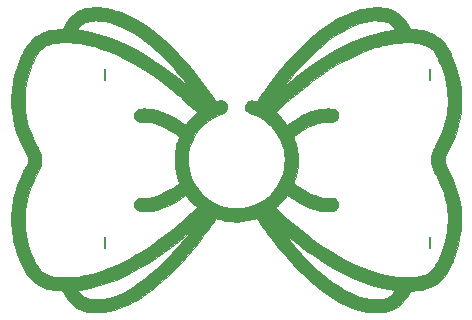
<source format=gbr>
G04 #@! TF.GenerationSoftware,KiCad,Pcbnew,5.1.2*
G04 #@! TF.CreationDate,2019-06-28T20:41:13-07:00*
G04 #@! TF.ProjectId,bow-tie.svg.2019_06_28_19_52_47.0,626f772d-7469-4652-9e73-76672e323031,rev?*
G04 #@! TF.SameCoordinates,Original*
G04 #@! TF.FileFunction,Legend,Top*
G04 #@! TF.FilePolarity,Positive*
%FSLAX46Y46*%
G04 Gerber Fmt 4.6, Leading zero omitted, Abs format (unit mm)*
G04 Created by KiCad (PCBNEW 5.1.2) date 2019-06-28 20:41:13*
%MOMM*%
%LPD*%
G04 APERTURE LIST*
%ADD10C,0.010000*%
%ADD11C,0.127000*%
G04 APERTURE END LIST*
D10*
G36*
X12412082Y12884542D02*
G01*
X12721909Y12841449D01*
X12997897Y12776761D01*
X13238816Y12690664D01*
X13303250Y12661086D01*
X13566371Y12510519D01*
X13815459Y12322303D01*
X14047453Y12099679D01*
X14259291Y11845884D01*
X14447913Y11564158D01*
X14590875Y11298593D01*
X14700250Y11071935D01*
X14859000Y11070979D01*
X15034852Y11065004D01*
X15234766Y11050108D01*
X15441822Y11027974D01*
X15639098Y11000285D01*
X15733765Y10983959D01*
X16084546Y10897587D01*
X16420406Y10772965D01*
X16738338Y10612164D01*
X17035332Y10417255D01*
X17308379Y10190310D01*
X17554469Y9933399D01*
X17770593Y9648595D01*
X17846567Y9529655D01*
X17909441Y9419668D01*
X17983636Y9279494D01*
X18064762Y9118256D01*
X18148432Y8945076D01*
X18230256Y8769078D01*
X18305845Y8599384D01*
X18370811Y8445119D01*
X18383403Y8413750D01*
X18599711Y7814145D01*
X18775648Y7205408D01*
X18912098Y6584110D01*
X19000516Y6021917D01*
X19012643Y5900652D01*
X19022673Y5745666D01*
X19030560Y5564624D01*
X19036258Y5365190D01*
X19039721Y5155029D01*
X19040902Y4941806D01*
X19039756Y4733184D01*
X19036237Y4536830D01*
X19030298Y4360408D01*
X19021893Y4211582D01*
X19012032Y4106333D01*
X18929918Y3561826D01*
X18819268Y3036218D01*
X18678112Y2523584D01*
X18504481Y2017994D01*
X18296408Y1513519D01*
X18051924Y1004233D01*
X17867028Y657833D01*
X17787465Y510108D01*
X17728627Y389218D01*
X17687686Y286824D01*
X17661816Y194586D01*
X17648186Y104165D01*
X17643970Y7219D01*
X17643954Y0D01*
X17647619Y-97712D01*
X17660501Y-188318D01*
X17685426Y-280158D01*
X17725224Y-381574D01*
X17782722Y-500903D01*
X17860748Y-646486D01*
X17867028Y-657833D01*
X18136974Y-1173650D01*
X18369192Y-1680688D01*
X18565650Y-2184875D01*
X18728318Y-2692140D01*
X18859162Y-3208411D01*
X18960152Y-3739616D01*
X19012032Y-4106333D01*
X19021326Y-4209994D01*
X19028710Y-4353180D01*
X19034104Y-4533123D01*
X19037428Y-4747056D01*
X19038605Y-4992209D01*
X19038585Y-5037667D01*
X19038002Y-5243339D01*
X19036570Y-5413628D01*
X19033976Y-5555481D01*
X19029903Y-5675843D01*
X19024036Y-5781661D01*
X19016060Y-5879883D01*
X19005660Y-5977454D01*
X18992520Y-6081321D01*
X18990547Y-6096000D01*
X18898760Y-6657375D01*
X18776241Y-7204697D01*
X18620483Y-7747522D01*
X18428975Y-8295407D01*
X18379139Y-8424333D01*
X18326479Y-8551586D01*
X18261124Y-8699161D01*
X18186893Y-8859321D01*
X18107608Y-9024331D01*
X18027091Y-9186453D01*
X17949160Y-9337951D01*
X17877638Y-9471088D01*
X17816346Y-9578129D01*
X17783278Y-9630833D01*
X17566234Y-9919614D01*
X17319255Y-10179828D01*
X17045364Y-10409481D01*
X16747582Y-10606577D01*
X16428930Y-10769123D01*
X16092429Y-10895123D01*
X15741100Y-10982583D01*
X15733765Y-10983959D01*
X15548511Y-11013906D01*
X15344523Y-11039189D01*
X15138722Y-11058125D01*
X14948028Y-11069031D01*
X14859000Y-11070978D01*
X14700250Y-11071935D01*
X14590875Y-11298592D01*
X14424931Y-11602058D01*
X14233097Y-11880400D01*
X14018432Y-12130384D01*
X13783992Y-12348773D01*
X13532837Y-12532332D01*
X13303250Y-12661112D01*
X13093659Y-12745551D01*
X12850793Y-12813072D01*
X12580321Y-12863351D01*
X12287912Y-12896066D01*
X11979236Y-12910894D01*
X11659962Y-12907512D01*
X11335760Y-12885596D01*
X11012299Y-12844824D01*
X10787351Y-12804485D01*
X10305402Y-12686506D01*
X9817250Y-12526897D01*
X9323168Y-12325860D01*
X8823431Y-12083600D01*
X8318312Y-11800320D01*
X7808086Y-11476226D01*
X7293026Y-11111519D01*
X6773406Y-10706405D01*
X6249500Y-10261087D01*
X5721581Y-9775769D01*
X5189924Y-9250656D01*
X4654803Y-8685950D01*
X4116490Y-8081855D01*
X3575261Y-7438577D01*
X3567536Y-7429137D01*
X3372433Y-7186991D01*
X3164228Y-6921993D01*
X2948486Y-6641605D01*
X2730773Y-6353287D01*
X2594773Y-6169860D01*
X4000500Y-6169860D01*
X4013344Y-6190221D01*
X4049416Y-6238647D01*
X4105030Y-6310530D01*
X4176496Y-6401260D01*
X4260126Y-6506230D01*
X4352233Y-6620830D01*
X4449128Y-6740452D01*
X4547123Y-6860488D01*
X4642529Y-6976328D01*
X4729050Y-7080250D01*
X5006910Y-7405069D01*
X5301117Y-7736531D01*
X5604878Y-8067454D01*
X5911400Y-8390656D01*
X6213888Y-8698956D01*
X6505549Y-8985171D01*
X6737835Y-9203848D01*
X7233166Y-9643430D01*
X7719637Y-10041838D01*
X8197548Y-10399230D01*
X8667197Y-10715762D01*
X9128882Y-10991592D01*
X9582903Y-11226878D01*
X10029557Y-11421776D01*
X10469143Y-11576443D01*
X10901961Y-11691038D01*
X11328308Y-11765716D01*
X11662833Y-11796710D01*
X11736451Y-11800987D01*
X11797914Y-11804893D01*
X11821583Y-11806604D01*
X11858547Y-11806351D01*
X11927744Y-11803112D01*
X12019224Y-11797440D01*
X12121405Y-11790011D01*
X12329071Y-11769943D01*
X12501994Y-11743521D01*
X12647583Y-11708327D01*
X12773243Y-11661946D01*
X12886383Y-11601962D01*
X12994410Y-11525958D01*
X13036774Y-11491437D01*
X13107517Y-11427072D01*
X13181242Y-11352015D01*
X13252906Y-11272488D01*
X13317463Y-11194713D01*
X13369870Y-11124911D01*
X13405084Y-11069303D01*
X13418059Y-11034110D01*
X13414223Y-11025879D01*
X13380056Y-11015997D01*
X13318634Y-11004860D01*
X13260917Y-10997048D01*
X13182381Y-10985723D01*
X13070721Y-10966633D01*
X12934092Y-10941419D01*
X12780644Y-10911718D01*
X12618531Y-10879170D01*
X12455906Y-10845415D01*
X12300920Y-10812091D01*
X12161727Y-10780837D01*
X12046479Y-10753294D01*
X12038161Y-10751204D01*
X11392004Y-10569062D01*
X10735886Y-10346368D01*
X10070556Y-10083529D01*
X9396760Y-9780951D01*
X8715247Y-9439039D01*
X8026763Y-9058200D01*
X7332056Y-8638838D01*
X6631874Y-8181360D01*
X5926965Y-7686172D01*
X5218075Y-7153679D01*
X4794250Y-6818946D01*
X4669415Y-6718006D01*
X4541189Y-6613352D01*
X4418209Y-6512102D01*
X4309109Y-6421373D01*
X4222525Y-6348282D01*
X4206875Y-6334862D01*
X4129974Y-6269567D01*
X4066080Y-6217068D01*
X4021120Y-6182101D01*
X4001020Y-6169406D01*
X4000500Y-6169860D01*
X2594773Y-6169860D01*
X2516656Y-6064503D01*
X2311699Y-5782712D01*
X2121469Y-5515378D01*
X1951531Y-5269961D01*
X1898720Y-5191878D01*
X1822117Y-5080760D01*
X1764422Y-5004054D01*
X1723638Y-4959361D01*
X1697769Y-4944280D01*
X1693333Y-4944879D01*
X1661696Y-4954653D01*
X1598080Y-4973063D01*
X1511342Y-4997584D01*
X1410339Y-5025691D01*
X1397000Y-5029373D01*
X934106Y-5136169D01*
X472817Y-5200700D01*
X12342Y-5222966D01*
X-448113Y-5202967D01*
X-909338Y-5140702D01*
X-1372126Y-5036172D01*
X-1397000Y-5029373D01*
X-1499186Y-5000924D01*
X-1588222Y-4975628D01*
X-1655251Y-4956038D01*
X-1691412Y-4944705D01*
X-1693333Y-4943992D01*
X-1724173Y-4951886D01*
X-1765235Y-4997412D01*
X-1788567Y-5032241D01*
X-1831363Y-5097420D01*
X-1895370Y-5191313D01*
X-1976742Y-5308511D01*
X-2071633Y-5443605D01*
X-2176201Y-5591186D01*
X-2286599Y-5745845D01*
X-2398982Y-5902173D01*
X-2509507Y-6054760D01*
X-2614328Y-6198199D01*
X-2695162Y-6307667D01*
X-3183289Y-6947853D01*
X-3678178Y-7563650D01*
X-4177837Y-8152965D01*
X-4680274Y-8713703D01*
X-5183496Y-9243770D01*
X-5685511Y-9741073D01*
X-6184327Y-10203518D01*
X-6677952Y-10629011D01*
X-7164394Y-11015458D01*
X-7199965Y-11042381D01*
X-7562104Y-11307554D01*
X-7909082Y-11544494D01*
X-8250586Y-11759241D01*
X-8596304Y-11957834D01*
X-8955923Y-12146315D01*
X-9027583Y-12181957D01*
X-9480574Y-12391042D01*
X-9918458Y-12563267D01*
X-10345107Y-12699614D01*
X-10764392Y-12801062D01*
X-11180187Y-12868593D01*
X-11596364Y-12903187D01*
X-11895537Y-12908279D01*
X-12018900Y-12906670D01*
X-12132722Y-12904428D01*
X-12227914Y-12901786D01*
X-12295388Y-12898982D01*
X-12319000Y-12897298D01*
X-12602123Y-12859070D01*
X-12862809Y-12805315D01*
X-13095180Y-12737520D01*
X-13293360Y-12657168D01*
X-13318852Y-12644592D01*
X-13550679Y-12506777D01*
X-13778165Y-12332244D01*
X-13996100Y-12126599D01*
X-14199272Y-11895448D01*
X-14382471Y-11644397D01*
X-14540487Y-11379053D01*
X-14594645Y-11271900D01*
X-14688827Y-11075667D01*
X-14927372Y-11061233D01*
X-15236608Y-11038003D01*
X-15468675Y-11011812D01*
X-13461354Y-11011812D01*
X-13424635Y-11074303D01*
X-13329595Y-11210184D01*
X-13207157Y-11346682D01*
X-13068291Y-11473717D01*
X-12923965Y-11581207D01*
X-12791615Y-11656117D01*
X-12634423Y-11713014D01*
X-12442890Y-11755663D01*
X-12222670Y-11783690D01*
X-11979417Y-11796723D01*
X-11718784Y-11794388D01*
X-11446426Y-11776313D01*
X-11270014Y-11756500D01*
X-10873326Y-11685754D01*
X-10464282Y-11575659D01*
X-10044280Y-11426904D01*
X-9614717Y-11240177D01*
X-9176989Y-11016167D01*
X-8732493Y-10755564D01*
X-8282627Y-10459054D01*
X-7828787Y-10127327D01*
X-7598833Y-9946883D01*
X-7179778Y-9596897D01*
X-6749441Y-9211139D01*
X-6311636Y-8793388D01*
X-5870177Y-8347424D01*
X-5428876Y-7877026D01*
X-4991547Y-7385973D01*
X-4855903Y-7228417D01*
X-4768658Y-7125369D01*
X-4673192Y-7011091D01*
X-4572945Y-6889851D01*
X-4471357Y-6765921D01*
X-4371866Y-6643568D01*
X-4277913Y-6527065D01*
X-4192937Y-6420680D01*
X-4120377Y-6328683D01*
X-4063673Y-6255344D01*
X-4026264Y-6204933D01*
X-4011591Y-6181720D01*
X-4011905Y-6180667D01*
X-4031521Y-6193671D01*
X-4077551Y-6229599D01*
X-4144265Y-6283820D01*
X-4225938Y-6351705D01*
X-4282391Y-6399317D01*
X-4876440Y-6888625D01*
X-5482604Y-7359886D01*
X-6096985Y-7810558D01*
X-6715684Y-8238102D01*
X-7334802Y-8639974D01*
X-7950442Y-9013635D01*
X-8558703Y-9356543D01*
X-9155688Y-9666156D01*
X-9662583Y-9906334D01*
X-10210460Y-10141614D01*
X-10757993Y-10352622D01*
X-11300571Y-10537972D01*
X-11833582Y-10696277D01*
X-12352414Y-10826153D01*
X-12852457Y-10926211D01*
X-13255302Y-10986291D01*
X-13461354Y-11011812D01*
X-15468675Y-11011812D01*
X-15510595Y-11007081D01*
X-15755975Y-10966888D01*
X-15979391Y-10915844D01*
X-16187482Y-10852371D01*
X-16386892Y-10774887D01*
X-16584261Y-10681815D01*
X-16636127Y-10654833D01*
X-16903061Y-10493031D01*
X-17160998Y-10297325D01*
X-17401131Y-10075665D01*
X-17614647Y-9836000D01*
X-17754149Y-9646029D01*
X-17884149Y-9434992D01*
X-18017228Y-9188743D01*
X-18150641Y-8913999D01*
X-18281639Y-8617477D01*
X-18407476Y-8305895D01*
X-18525404Y-7985972D01*
X-18632676Y-7664424D01*
X-18726544Y-7347969D01*
X-18784212Y-7127353D01*
X-18866355Y-6769903D01*
X-18930462Y-6436687D01*
X-18978052Y-6115077D01*
X-19010645Y-5792445D01*
X-19029763Y-5456166D01*
X-19036924Y-5093612D01*
X-19037061Y-5027083D01*
X-19031086Y-4642970D01*
X-19012473Y-4288404D01*
X-18979889Y-3952134D01*
X-18931997Y-3622910D01*
X-18867463Y-3289481D01*
X-18793399Y-2973917D01*
X-18670117Y-2539843D01*
X-18516803Y-2092635D01*
X-18338034Y-1643536D01*
X-18138387Y-1203790D01*
X-17922438Y-784641D01*
X-17849039Y-653911D01*
X-17775135Y-522252D01*
X-17721105Y-416573D01*
X-17683909Y-327258D01*
X-17660508Y-244688D01*
X-17647864Y-159248D01*
X-17642938Y-61319D01*
X-17642417Y0D01*
X-17644126Y103129D01*
X-17651152Y189826D01*
X-17666340Y268912D01*
X-17692539Y349207D01*
X-17732593Y439534D01*
X-17789351Y548713D01*
X-17860997Y677333D01*
X-18154017Y1235010D01*
X-18405437Y1799202D01*
X-18615656Y2371115D01*
X-18785072Y2951952D01*
X-18914084Y3542919D01*
X-18999831Y4116917D01*
X-19016114Y4294308D01*
X-19027998Y4503345D01*
X-19035486Y4734103D01*
X-19038580Y4976655D01*
X-19038032Y5079919D01*
X-17916710Y5079919D01*
X-17914934Y4867586D01*
X-17909857Y4660008D01*
X-17901544Y4466575D01*
X-17890062Y4296671D01*
X-17878194Y4180417D01*
X-17793468Y3646160D01*
X-17674365Y3127009D01*
X-17519364Y2618478D01*
X-17326946Y2116079D01*
X-17095590Y1615325D01*
X-16859882Y1174750D01*
X-16747345Y965812D01*
X-16661038Y778039D01*
X-16598182Y601765D01*
X-16555999Y427322D01*
X-16531711Y245042D01*
X-16522540Y45259D01*
X-16522274Y0D01*
X-16530331Y-223749D01*
X-16556482Y-426871D01*
X-16603701Y-619846D01*
X-16674961Y-813154D01*
X-16773235Y-1017276D01*
X-16850146Y-1155780D01*
X-17128692Y-1677623D01*
X-17366117Y-2209403D01*
X-17562523Y-2751416D01*
X-17718008Y-3303957D01*
X-17832675Y-3867320D01*
X-17878194Y-4180417D01*
X-17892252Y-4323711D01*
X-17903196Y-4498314D01*
X-17910959Y-4694838D01*
X-17915475Y-4903897D01*
X-17916679Y-5116103D01*
X-17914504Y-5322071D01*
X-17908885Y-5512413D01*
X-17899757Y-5677743D01*
X-17889486Y-5789083D01*
X-17805334Y-6353960D01*
X-17687243Y-6901378D01*
X-17533366Y-7437712D01*
X-17341856Y-7969337D01*
X-17110868Y-8502626D01*
X-17091632Y-8543434D01*
X-16991155Y-8745445D01*
X-16895693Y-8914882D01*
X-16799763Y-9060185D01*
X-16697886Y-9189794D01*
X-16607568Y-9288730D01*
X-16408758Y-9471731D01*
X-16197716Y-9621058D01*
X-15969346Y-9739077D01*
X-15718554Y-9828156D01*
X-15440245Y-9890664D01*
X-15256898Y-9916518D01*
X-15113965Y-9928571D01*
X-14937586Y-9936705D01*
X-14736450Y-9941059D01*
X-14519250Y-9941771D01*
X-14294677Y-9938981D01*
X-14071421Y-9932825D01*
X-13858174Y-9923444D01*
X-13663628Y-9910976D01*
X-13496473Y-9895558D01*
X-13430250Y-9887389D01*
X-12833873Y-9787531D01*
X-12231656Y-9649990D01*
X-11622649Y-9474403D01*
X-11005902Y-9260402D01*
X-10380465Y-9007622D01*
X-9745388Y-8715698D01*
X-9099721Y-8384264D01*
X-8442513Y-8012955D01*
X-8233833Y-7888210D01*
X-7651651Y-7523673D01*
X-7073886Y-7137377D01*
X-6497479Y-6726936D01*
X-5919373Y-6289968D01*
X-5336508Y-5824086D01*
X-4745826Y-5326908D01*
X-4144267Y-4796048D01*
X-3528773Y-4229122D01*
X-3474953Y-4178474D01*
X-3319822Y-4032250D01*
X-3513003Y-3862917D01*
X-3669707Y-3716154D01*
X-3835289Y-3544429D01*
X-3998518Y-3360030D01*
X-4148163Y-3175246D01*
X-4180464Y-3132667D01*
X-4233397Y-3064346D01*
X-4277542Y-3011922D01*
X-4306617Y-2982630D01*
X-4313884Y-2978991D01*
X-4335572Y-2992351D01*
X-4385327Y-3025685D01*
X-4456634Y-3074551D01*
X-4542980Y-3134504D01*
X-4582583Y-3162218D01*
X-5024973Y-3453906D01*
X-5462906Y-3705380D01*
X-5895734Y-3916350D01*
X-6322809Y-4086528D01*
X-6743483Y-4215623D01*
X-7122844Y-4297608D01*
X-7269985Y-4318101D01*
X-7435405Y-4333231D01*
X-7609205Y-4342792D01*
X-7781491Y-4346578D01*
X-7942363Y-4344384D01*
X-8081927Y-4336005D01*
X-8190284Y-4321233D01*
X-8196601Y-4319921D01*
X-8344012Y-4268071D01*
X-8469110Y-4182099D01*
X-8566882Y-4065628D01*
X-8580872Y-4042270D01*
X-8616327Y-3974054D01*
X-8636164Y-3915014D01*
X-8644642Y-3847221D01*
X-8646093Y-3767667D01*
X-8641768Y-3665477D01*
X-8627616Y-3589718D01*
X-8600754Y-3525058D01*
X-8600323Y-3524250D01*
X-8510826Y-3400386D01*
X-8391018Y-3301583D01*
X-8310456Y-3258543D01*
X-8263786Y-3239547D01*
X-8220013Y-3227440D01*
X-8169218Y-3221397D01*
X-8101483Y-3220595D01*
X-8006889Y-3224209D01*
X-7940040Y-3227768D01*
X-7668279Y-3231214D01*
X-7403715Y-3209271D01*
X-7130572Y-3160323D01*
X-7016750Y-3133168D01*
X-6718824Y-3042491D01*
X-6403118Y-2917797D01*
X-6073775Y-2761284D01*
X-5734940Y-2575149D01*
X-5390756Y-2361588D01*
X-5045367Y-2122800D01*
X-4882088Y-2001178D01*
X-4865573Y-1986034D01*
X-4858116Y-1966760D01*
X-4860940Y-1935391D01*
X-4875268Y-1883959D01*
X-4902323Y-1804494D01*
X-4919879Y-1754926D01*
X-5037667Y-1382559D01*
X-5123914Y-1012966D01*
X-5180353Y-635833D01*
X-5208717Y-240845D01*
X-5212981Y-10583D01*
X-5204565Y346758D01*
X-5176992Y677647D01*
X-5128303Y994314D01*
X-5056542Y1308988D01*
X-4959752Y1633899D01*
X-4940594Y1691247D01*
X-4907387Y1793743D01*
X-4881819Y1881586D01*
X-4865852Y1947275D01*
X-4861449Y1983308D01*
X-4863081Y1987580D01*
X-4886379Y2004299D01*
X-4936713Y2040917D01*
X-5007004Y2092268D01*
X-5090170Y2153188D01*
X-5102561Y2162277D01*
X-5328751Y2320372D01*
X-5573883Y2477777D01*
X-5827000Y2628113D01*
X-6077146Y2765001D01*
X-6313364Y2882062D01*
X-6424083Y2931704D01*
X-6541042Y2977887D01*
X-6685172Y3028649D01*
X-6842292Y3079504D01*
X-6998224Y3125964D01*
X-7138787Y3163540D01*
X-7205683Y3179069D01*
X-7293025Y3196128D01*
X-7378627Y3208647D01*
X-7471769Y3217327D01*
X-7581726Y3222867D01*
X-7717777Y3225969D01*
X-7842250Y3227115D01*
X-8004703Y3228861D01*
X-8131475Y3233158D01*
X-8229208Y3241648D01*
X-8304545Y3255976D01*
X-8364128Y3277782D01*
X-8414601Y3308710D01*
X-8462604Y3350403D01*
X-8501339Y3390104D01*
X-8575351Y3480629D01*
X-8620234Y3569763D01*
X-8641798Y3672654D01*
X-8646163Y3767667D01*
X-8644032Y3857552D01*
X-8634221Y3923181D01*
X-8612466Y3982494D01*
X-8580872Y4042270D01*
X-8488421Y4163731D01*
X-8367767Y4255324D01*
X-8223922Y4313428D01*
X-8196601Y4319913D01*
X-8090667Y4335209D01*
X-7952899Y4344133D01*
X-7793283Y4346885D01*
X-7621803Y4343664D01*
X-7448446Y4334669D01*
X-7283197Y4320100D01*
X-7136042Y4300156D01*
X-7126596Y4298550D01*
X-6709447Y4206686D01*
X-6287633Y4074278D01*
X-5860627Y3901090D01*
X-5427904Y3686888D01*
X-4988934Y3431434D01*
X-4575352Y3157144D01*
X-4483589Y3093938D01*
X-4404040Y3041329D01*
X-4343043Y3003339D01*
X-4306934Y2983988D01*
X-4300186Y2982562D01*
X-4282019Y3002386D01*
X-4245334Y3048004D01*
X-4196719Y3111129D01*
X-4173996Y3141312D01*
X-4045322Y3304390D01*
X-3900170Y3473239D01*
X-3748937Y3636505D01*
X-3602022Y3782835D01*
X-3507786Y3868704D01*
X-3319485Y4032250D01*
X-3474784Y4178475D01*
X-3896939Y4571507D01*
X-4298987Y4936329D01*
X-4686942Y5278048D01*
X-5066815Y5601770D01*
X-5444618Y5912600D01*
X-5826365Y6215646D01*
X-6218066Y6516012D01*
X-6297083Y6575429D01*
X-6961382Y7057249D01*
X-7621290Y7503666D01*
X-8275846Y7914222D01*
X-8924090Y8288461D01*
X-9565063Y8625929D01*
X-10197804Y8926168D01*
X-10821353Y9188723D01*
X-11434750Y9413138D01*
X-12037035Y9598957D01*
X-12627247Y9745725D01*
X-13197417Y9851908D01*
X-13423638Y9884822D01*
X-13627294Y9909750D01*
X-13821006Y9927624D01*
X-14017391Y9939374D01*
X-14229068Y9945931D01*
X-14468656Y9948227D01*
X-14503374Y9948261D01*
X-14819470Y9943120D01*
X-15099605Y9927022D01*
X-15348929Y9899103D01*
X-15572595Y9858502D01*
X-15775753Y9804355D01*
X-15963553Y9735801D01*
X-16076083Y9684932D01*
X-16241043Y9596733D01*
X-16389965Y9498784D01*
X-16525941Y9387159D01*
X-16652059Y9257933D01*
X-16771409Y9107179D01*
X-16887082Y8930972D01*
X-17002166Y8725386D01*
X-17119750Y8486493D01*
X-17242926Y8210369D01*
X-17250600Y8192444D01*
X-17468440Y7629844D01*
X-17645512Y7056953D01*
X-17782262Y6472088D01*
X-17879138Y5873566D01*
X-17889486Y5789083D01*
X-17901573Y5651592D01*
X-17910096Y5481309D01*
X-17915120Y5287623D01*
X-17916710Y5079919D01*
X-19038032Y5079919D01*
X-19037281Y5221076D01*
X-19031591Y5457442D01*
X-19021513Y5675826D01*
X-19007048Y5866304D01*
X-18999469Y5937250D01*
X-18904345Y6565976D01*
X-18769751Y7181615D01*
X-18595048Y7786335D01*
X-18379597Y8382302D01*
X-18122758Y8971685D01*
X-18073402Y9074529D01*
X-17944318Y9326555D01*
X-17817695Y9544834D01*
X-17688187Y9737227D01*
X-17550450Y9911594D01*
X-17399139Y10075796D01*
X-17378500Y10096500D01*
X-17162869Y10296242D01*
X-16948609Y10463352D01*
X-16725120Y10605804D01*
X-16636127Y10654833D01*
X-16438063Y10752283D01*
X-16239669Y10833715D01*
X-16034300Y10900711D01*
X-15815313Y10954850D01*
X-15576062Y10997714D01*
X-15447385Y11013750D01*
X-13460209Y11013750D01*
X-13254730Y10987332D01*
X-12668522Y10893299D01*
X-12068271Y10760437D01*
X-11455284Y10589368D01*
X-10830868Y10380713D01*
X-10196330Y10135096D01*
X-9552977Y9853139D01*
X-8902114Y9535465D01*
X-8245050Y9182696D01*
X-7583090Y8795455D01*
X-6917542Y8374365D01*
X-6249711Y7920048D01*
X-5580906Y7433126D01*
X-5228167Y7163354D01*
X-5093069Y7057540D01*
X-4947857Y6942463D01*
X-4798088Y6822641D01*
X-4649323Y6702597D01*
X-4507118Y6586849D01*
X-4377033Y6479920D01*
X-4264625Y6386329D01*
X-4175453Y6310596D01*
X-4123632Y6265049D01*
X-4071652Y6220285D01*
X-4031648Y6189919D01*
X-4015701Y6181535D01*
X-4021687Y6196584D01*
X-4049942Y6238313D01*
X-4096033Y6300555D01*
X-4155528Y6377140D01*
X-4163390Y6387042D01*
X-4574443Y6893452D01*
X-4976826Y7368175D01*
X-5377369Y7818921D01*
X-5782900Y8253398D01*
X-6148292Y8627372D01*
X-6406605Y8883494D01*
X-6644548Y9113098D01*
X-6868789Y9322239D01*
X-7085994Y9516974D01*
X-7302831Y9703359D01*
X-7525967Y9887451D01*
X-7608804Y9954075D01*
X-8080638Y10314385D01*
X-8546253Y10636232D01*
X-9005067Y10919380D01*
X-9456493Y11163590D01*
X-9899949Y11368626D01*
X-10334850Y11534248D01*
X-10760613Y11660219D01*
X-11176653Y11746301D01*
X-11582386Y11792257D01*
X-11977228Y11797849D01*
X-12117395Y11789873D01*
X-12324293Y11770310D01*
X-12496903Y11744606D01*
X-12643109Y11710333D01*
X-12770793Y11665067D01*
X-12887838Y11606381D01*
X-13002127Y11531848D01*
X-13035341Y11507330D01*
X-13113415Y11440284D01*
X-13202184Y11351541D01*
X-13290770Y11253183D01*
X-13368296Y11157291D01*
X-13423881Y11075945D01*
X-13424063Y11075635D01*
X-13460209Y11013750D01*
X-15447385Y11013750D01*
X-15309904Y11030883D01*
X-15010193Y11055938D01*
X-14927796Y11061206D01*
X-14689675Y11075613D01*
X-14590030Y11279265D01*
X-14435631Y11558911D01*
X-14255340Y11822704D01*
X-14053883Y12065570D01*
X-13835986Y12282431D01*
X-13606375Y12468213D01*
X-13369776Y12617838D01*
X-13318852Y12644592D01*
X-13166886Y12710949D01*
X-12986410Y12772435D01*
X-12791241Y12824837D01*
X-12604750Y12862375D01*
X-12471480Y12879065D01*
X-12305831Y12891387D01*
X-12117534Y12899336D01*
X-11916317Y12902908D01*
X-11711911Y12902096D01*
X-11514045Y12896897D01*
X-11332448Y12887306D01*
X-11176851Y12873317D01*
X-11101917Y12863118D01*
X-10628042Y12769708D01*
X-10157122Y12641686D01*
X-9686680Y12478016D01*
X-9214242Y12277657D01*
X-8737332Y12039572D01*
X-8253475Y11762723D01*
X-7821083Y11486950D01*
X-7326206Y11138609D01*
X-6824762Y10750025D01*
X-6318038Y10322557D01*
X-5807317Y9857562D01*
X-5293884Y9356398D01*
X-4779021Y8820421D01*
X-4264015Y8250990D01*
X-3750148Y7649462D01*
X-3238704Y7017193D01*
X-2730969Y6355543D01*
X-2228225Y5665868D01*
X-1980436Y5312833D01*
X-1908077Y5208192D01*
X-1843665Y5114563D01*
X-1791251Y5037875D01*
X-1754888Y4984058D01*
X-1738627Y4959039D01*
X-1738606Y4959001D01*
X-1719958Y4948892D01*
X-1678333Y4952524D01*
X-1607237Y4970856D01*
X-1559791Y4985459D01*
X-1389835Y5026215D01*
X-1240966Y5032379D01*
X-1108771Y5003154D01*
X-988839Y4937741D01*
X-907212Y4867395D01*
X-813891Y4746677D01*
X-759246Y4613027D01*
X-743698Y4471640D01*
X-767670Y4327715D01*
X-831581Y4186448D01*
X-849700Y4158221D01*
X-897534Y4098538D01*
X-957556Y4047114D01*
X-1036849Y3999810D01*
X-1142494Y3952487D01*
X-1281574Y3901006D01*
X-1301750Y3894043D01*
X-1690402Y3739031D01*
X-2056507Y3549384D01*
X-2398354Y3327239D01*
X-2714231Y3074734D01*
X-3002429Y2794006D01*
X-3261236Y2487191D01*
X-3488940Y2156428D01*
X-3683830Y1803854D01*
X-3844196Y1431606D01*
X-3968326Y1041821D01*
X-4054509Y636636D01*
X-4083944Y418876D01*
X-4106751Y16836D01*
X-4088519Y-384003D01*
X-4030491Y-780420D01*
X-3933914Y-1169197D01*
X-3800031Y-1547115D01*
X-3630090Y-1910955D01*
X-3425334Y-2257498D01*
X-3187010Y-2583526D01*
X-2916361Y-2885818D01*
X-2741083Y-3052575D01*
X-2418467Y-3313806D01*
X-2075341Y-3539199D01*
X-1714522Y-3728013D01*
X-1338829Y-3879505D01*
X-951080Y-3992932D01*
X-554091Y-4067552D01*
X-150682Y-4102623D01*
X256331Y-4097402D01*
X664128Y-4051148D01*
X762024Y-4032250D01*
X3319230Y-4032250D01*
X3516990Y-4218277D01*
X4253446Y-4893326D01*
X4983159Y-5526598D01*
X5706149Y-6118109D01*
X6422437Y-6667870D01*
X7132043Y-7175895D01*
X7834988Y-7642198D01*
X8531293Y-8066792D01*
X9220978Y-8449691D01*
X9904064Y-8790908D01*
X10580571Y-9090456D01*
X11250520Y-9348349D01*
X11512075Y-9438321D01*
X12041926Y-9598741D01*
X12575333Y-9729667D01*
X13107209Y-9830389D01*
X13632466Y-9900195D01*
X14146020Y-9938377D01*
X14642783Y-9944224D01*
X15008227Y-9926431D01*
X15261164Y-9902363D01*
X15479513Y-9870760D01*
X15670662Y-9829585D01*
X15841997Y-9776805D01*
X16000907Y-9710384D01*
X16154777Y-9628286D01*
X16208277Y-9595803D01*
X16369964Y-9481167D01*
X16531627Y-9342087D01*
X16679622Y-9191280D01*
X16795123Y-9048750D01*
X16873238Y-8928043D01*
X16960108Y-8773195D01*
X17052786Y-8590749D01*
X17148324Y-8387247D01*
X17243774Y-8169231D01*
X17336189Y-7943244D01*
X17422621Y-7715830D01*
X17500122Y-7493529D01*
X17511670Y-7458339D01*
X17649865Y-6995068D01*
X17756702Y-6548682D01*
X17833763Y-6109479D01*
X17882631Y-5667759D01*
X17904890Y-5213819D01*
X17906701Y-5037667D01*
X17904121Y-4776741D01*
X17895491Y-4544575D01*
X17879773Y-4327891D01*
X17855928Y-4113413D01*
X17822918Y-3887865D01*
X17811261Y-3817175D01*
X17710471Y-3326541D01*
X17574198Y-2833497D01*
X17405745Y-2347480D01*
X17208411Y-1877931D01*
X16985498Y-1434287D01*
X16964758Y-1396785D01*
X16863763Y-1213251D01*
X16782145Y-1059138D01*
X16716848Y-927968D01*
X16664817Y-813263D01*
X16622995Y-708542D01*
X16588327Y-607327D01*
X16580502Y-582083D01*
X16559783Y-511331D01*
X16544681Y-449823D01*
X16534315Y-388704D01*
X16527802Y-319116D01*
X16524261Y-232207D01*
X16522812Y-119119D01*
X16522566Y0D01*
X16522952Y141262D01*
X16524698Y249044D01*
X16528688Y332197D01*
X16535804Y399571D01*
X16546928Y460018D01*
X16562944Y522387D01*
X16580624Y582083D01*
X16610700Y675020D01*
X16644208Y765295D01*
X16684300Y859610D01*
X16734126Y964669D01*
X16796839Y1087176D01*
X16875590Y1233832D01*
X16953793Y1375822D01*
X17205566Y1872168D01*
X17421480Y2387790D01*
X17600169Y2918260D01*
X17740267Y3459152D01*
X17840408Y4006038D01*
X17886835Y4399204D01*
X17895965Y4539654D01*
X17901405Y4711326D01*
X17903344Y4904769D01*
X17901970Y5110535D01*
X17897472Y5319173D01*
X17890037Y5521233D01*
X17879854Y5707265D01*
X17867111Y5867820D01*
X17855556Y5969000D01*
X17767662Y6486075D01*
X17646903Y7004020D01*
X17496300Y7511825D01*
X17318877Y7998478D01*
X17257673Y8146208D01*
X17194142Y8289846D01*
X17122791Y8442622D01*
X17047817Y8596249D01*
X16973420Y8742445D01*
X16903797Y8872925D01*
X16843146Y8979404D01*
X16803650Y9042118D01*
X16630379Y9260109D01*
X16427057Y9449049D01*
X16195614Y9607619D01*
X15937983Y9734503D01*
X15656097Y9828381D01*
X15648027Y9830482D01*
X15417895Y9878584D01*
X15153921Y9913702D01*
X14862593Y9935715D01*
X14550399Y9944501D01*
X14223830Y9939939D01*
X13889373Y9921908D01*
X13553518Y9890287D01*
X13409083Y9872320D01*
X13293782Y9856933D01*
X13174650Y9841133D01*
X13069468Y9827272D01*
X13022212Y9821095D01*
X12859248Y9795027D01*
X12664795Y9755822D01*
X12446863Y9705576D01*
X12213460Y9646385D01*
X11972595Y9580344D01*
X11732279Y9509548D01*
X11500519Y9436093D01*
X11334034Y9379426D01*
X10648738Y9118114D01*
X9958445Y8815210D01*
X9263096Y8470678D01*
X8562631Y8084477D01*
X7856993Y7656570D01*
X7146121Y7186919D01*
X6429956Y6675484D01*
X5708440Y6122227D01*
X4981514Y5527109D01*
X4249119Y4890093D01*
X3719065Y4406118D01*
X3594231Y4289181D01*
X3498184Y4197352D01*
X3428086Y4127597D01*
X3381101Y4076883D01*
X3354389Y4042174D01*
X3345114Y4020438D01*
X3348648Y4010053D01*
X3375647Y3985516D01*
X3425991Y3940352D01*
X3491350Y3882021D01*
X3534833Y3843338D01*
X3673705Y3711990D01*
X3823177Y3556914D01*
X3971912Y3390584D01*
X4108569Y3225477D01*
X4175222Y3138705D01*
X4304438Y2964826D01*
X4407554Y3038908D01*
X4822033Y3323502D01*
X5221987Y3570819D01*
X5610275Y3782183D01*
X5989754Y3958917D01*
X6363280Y4102345D01*
X6733712Y4213789D01*
X7103905Y4294575D01*
X7126596Y4298550D01*
X7272096Y4318866D01*
X7436395Y4333821D01*
X7609507Y4343216D01*
X7781447Y4346851D01*
X7942229Y4344528D01*
X8081867Y4336046D01*
X8190376Y4321206D01*
X8196600Y4319913D01*
X8344007Y4268073D01*
X8469103Y4182107D01*
X8566876Y4065637D01*
X8580871Y4042270D01*
X8616341Y3974010D01*
X8636191Y3914893D01*
X8644687Y3846979D01*
X8646163Y3767667D01*
X8638241Y3644586D01*
X8611346Y3546591D01*
X8559667Y3458535D01*
X8501338Y3390104D01*
X8450788Y3339175D01*
X8402796Y3300254D01*
X8350717Y3271697D01*
X8287911Y3251862D01*
X8207734Y3239107D01*
X8103544Y3231788D01*
X7968699Y3228264D01*
X7842250Y3227115D01*
X7636784Y3223522D01*
X7461838Y3213994D01*
X7305792Y3196656D01*
X7157028Y3169629D01*
X7003925Y3131037D01*
X6834865Y3079001D01*
X6750599Y3050738D01*
X6469205Y2945681D01*
X6195110Y2824266D01*
X5916316Y2680806D01*
X5664156Y2535767D01*
X5579217Y2483058D01*
X5478670Y2417877D01*
X5368893Y2344663D01*
X5256264Y2267857D01*
X5147160Y2191900D01*
X5047958Y2121231D01*
X4965037Y2060292D01*
X4904774Y2013523D01*
X4873547Y1985365D01*
X4873401Y1985190D01*
X4864559Y1962451D01*
X4867488Y1923726D01*
X4883671Y1861803D01*
X4914593Y1769473D01*
X4922235Y1747961D01*
X5054172Y1316814D01*
X5147427Y872745D01*
X5202001Y420026D01*
X5217898Y-37075D01*
X5195119Y-494288D01*
X5133667Y-947342D01*
X5033545Y-1391968D01*
X4920080Y-1754361D01*
X4889504Y-1842694D01*
X4866074Y-1914956D01*
X4852408Y-1962763D01*
X4850338Y-1977852D01*
X4869295Y-1991966D01*
X4916088Y-2026094D01*
X4984205Y-2075505D01*
X5067132Y-2135467D01*
X5090583Y-2152395D01*
X5495049Y-2428280D01*
X5887976Y-2663828D01*
X6269870Y-2859285D01*
X6641238Y-3014898D01*
X7002585Y-3130911D01*
X7196667Y-3177808D01*
X7285634Y-3195263D01*
X7370553Y-3208049D01*
X7460868Y-3216883D01*
X7566022Y-3222481D01*
X7695459Y-3225559D01*
X7842250Y-3226773D01*
X7999945Y-3227971D01*
X8122133Y-3231188D01*
X8215636Y-3237982D01*
X8287278Y-3249908D01*
X8343880Y-3268519D01*
X8392267Y-3295374D01*
X8439262Y-3332025D01*
X8484396Y-3373161D01*
X8567709Y-3467600D01*
X8618760Y-3568852D01*
X8642454Y-3688920D01*
X8645602Y-3767667D01*
X8634471Y-3905141D01*
X8597614Y-4018519D01*
X8529840Y-4120723D01*
X8483597Y-4170813D01*
X8413256Y-4230229D01*
X8332614Y-4274371D01*
X8233128Y-4306196D01*
X8106251Y-4328661D01*
X7992485Y-4340756D01*
X7721601Y-4350230D01*
X7427686Y-4335013D01*
X7121192Y-4296321D01*
X6812572Y-4235369D01*
X6594616Y-4178295D01*
X6268714Y-4069549D01*
X5925710Y-3928862D01*
X5572035Y-3759480D01*
X5214120Y-3564653D01*
X4858396Y-3347628D01*
X4582583Y-3162218D01*
X4491824Y-3098901D01*
X4413338Y-3044787D01*
X4353639Y-3004318D01*
X4319243Y-2981937D01*
X4313884Y-2978991D01*
X4295710Y-2992591D01*
X4259052Y-3033288D01*
X4210190Y-3093842D01*
X4180628Y-3132667D01*
X4062072Y-3283310D01*
X3926243Y-3442490D01*
X3782939Y-3599514D01*
X3641957Y-3743688D01*
X3513095Y-3864316D01*
X3499202Y-3876449D01*
X3319230Y-4032250D01*
X762024Y-4032250D01*
X886527Y-4008216D01*
X1280881Y-3899866D01*
X1657002Y-3755050D01*
X2013115Y-3576056D01*
X2347447Y-3365174D01*
X2658224Y-3124692D01*
X2943670Y-2856900D01*
X3202014Y-2564087D01*
X3431479Y-2248542D01*
X3630293Y-1912555D01*
X3796681Y-1558415D01*
X3928869Y-1188410D01*
X4025084Y-804830D01*
X4083550Y-409964D01*
X4102494Y-6102D01*
X4099434Y137583D01*
X4069380Y521707D01*
X4008865Y883205D01*
X3915592Y1231060D01*
X3787264Y1574253D01*
X3664388Y1838458D01*
X3458128Y2202692D01*
X3219411Y2540455D01*
X2949968Y2850242D01*
X2651531Y3130544D01*
X2325832Y3379856D01*
X1974605Y3596669D01*
X1599581Y3779477D01*
X1301750Y3894043D01*
X1157973Y3946338D01*
X1048519Y3993955D01*
X966306Y4041035D01*
X904253Y4091715D01*
X855278Y4150133D01*
X849700Y4158221D01*
X777528Y4298298D01*
X745384Y4442101D01*
X752845Y4584433D01*
X799490Y4720098D01*
X884898Y4843897D01*
X907212Y4867395D01*
X1021021Y4959489D01*
X1143901Y5014819D01*
X1280265Y5034181D01*
X1434522Y5018374D01*
X1559790Y4985459D01*
X1647623Y4959596D01*
X1702824Y4948891D01*
X1731905Y4952381D01*
X1738616Y4959022D01*
X1761390Y4995075D01*
X1805235Y5060370D01*
X1866533Y5149757D01*
X1941667Y5258088D01*
X2027022Y5380214D01*
X2118979Y5510986D01*
X2213922Y5645256D01*
X2308234Y5777875D01*
X2398299Y5903694D01*
X2480500Y6017565D01*
X2527749Y6082393D01*
X2594068Y6170639D01*
X4000500Y6170639D01*
X4015662Y6179628D01*
X4057661Y6212026D01*
X4121263Y6263605D01*
X4201236Y6330139D01*
X4270375Y6388642D01*
X4378582Y6479848D01*
X4508157Y6587523D01*
X4647244Y6701906D01*
X4783985Y6813233D01*
X4878917Y6889690D01*
X5585994Y7438225D01*
X6291099Y7950259D01*
X6993333Y8425305D01*
X7691798Y8862875D01*
X8385594Y9262484D01*
X9073824Y9623643D01*
X9755587Y9945866D01*
X10429987Y10228666D01*
X11096124Y10471556D01*
X11753100Y10674049D01*
X11969750Y10732446D01*
X12101126Y10765122D01*
X12254338Y10800863D01*
X12421405Y10838026D01*
X12594346Y10874970D01*
X12765182Y10910051D01*
X12925930Y10941628D01*
X13068611Y10968058D01*
X13185245Y10987699D01*
X13260917Y10998165D01*
X13333327Y11007952D01*
X13390177Y11018731D01*
X13414223Y11026126D01*
X13414616Y11047720D01*
X13390288Y11093201D01*
X13346258Y11156332D01*
X13287547Y11230874D01*
X13219174Y11310589D01*
X13146159Y11389238D01*
X13073521Y11460582D01*
X13041540Y11489296D01*
X12934145Y11573036D01*
X12821786Y11639920D01*
X12697441Y11692232D01*
X12554086Y11732258D01*
X12384699Y11762285D01*
X12182254Y11784598D01*
X12118171Y11789814D01*
X11729812Y11798789D01*
X11329920Y11767551D01*
X10919218Y11696408D01*
X10498426Y11585668D01*
X10068264Y11435641D01*
X9629453Y11246633D01*
X9182714Y11018954D01*
X8728768Y10752911D01*
X8268335Y10448814D01*
X7802137Y10106970D01*
X7366000Y9757095D01*
X6891572Y9344365D01*
X6409427Y8892328D01*
X5921411Y8402914D01*
X5429370Y7878057D01*
X4935148Y7319686D01*
X4440591Y6729734D01*
X4258344Y6504401D01*
X4178810Y6404541D01*
X4109232Y6316066D01*
X4053655Y6244212D01*
X4016121Y6194212D01*
X4000677Y6171303D01*
X4000500Y6170639D01*
X2594068Y6170639D01*
X3035042Y6757402D01*
X3546151Y7402664D01*
X4059949Y8017077D01*
X4575310Y8599541D01*
X5091108Y9148956D01*
X5606218Y9664220D01*
X6119514Y10144234D01*
X6629870Y10587897D01*
X7136160Y10994108D01*
X7637258Y11361767D01*
X8132039Y11689773D01*
X8474638Y11895548D01*
X8638694Y11986178D01*
X8826271Y12083803D01*
X9027298Y12183628D01*
X9231701Y12280855D01*
X9429407Y12370688D01*
X9610343Y12448331D01*
X9757833Y12506547D01*
X10121469Y12632825D01*
X10463384Y12732685D01*
X10793247Y12808113D01*
X11120723Y12861099D01*
X11455479Y12893632D01*
X11695825Y12905195D01*
X12069644Y12905853D01*
X12412082Y12884542D01*
X12412082Y12884542D01*
G37*
X12412082Y12884542D02*
X12721909Y12841449D01*
X12997897Y12776761D01*
X13238816Y12690664D01*
X13303250Y12661086D01*
X13566371Y12510519D01*
X13815459Y12322303D01*
X14047453Y12099679D01*
X14259291Y11845884D01*
X14447913Y11564158D01*
X14590875Y11298593D01*
X14700250Y11071935D01*
X14859000Y11070979D01*
X15034852Y11065004D01*
X15234766Y11050108D01*
X15441822Y11027974D01*
X15639098Y11000285D01*
X15733765Y10983959D01*
X16084546Y10897587D01*
X16420406Y10772965D01*
X16738338Y10612164D01*
X17035332Y10417255D01*
X17308379Y10190310D01*
X17554469Y9933399D01*
X17770593Y9648595D01*
X17846567Y9529655D01*
X17909441Y9419668D01*
X17983636Y9279494D01*
X18064762Y9118256D01*
X18148432Y8945076D01*
X18230256Y8769078D01*
X18305845Y8599384D01*
X18370811Y8445119D01*
X18383403Y8413750D01*
X18599711Y7814145D01*
X18775648Y7205408D01*
X18912098Y6584110D01*
X19000516Y6021917D01*
X19012643Y5900652D01*
X19022673Y5745666D01*
X19030560Y5564624D01*
X19036258Y5365190D01*
X19039721Y5155029D01*
X19040902Y4941806D01*
X19039756Y4733184D01*
X19036237Y4536830D01*
X19030298Y4360408D01*
X19021893Y4211582D01*
X19012032Y4106333D01*
X18929918Y3561826D01*
X18819268Y3036218D01*
X18678112Y2523584D01*
X18504481Y2017994D01*
X18296408Y1513519D01*
X18051924Y1004233D01*
X17867028Y657833D01*
X17787465Y510108D01*
X17728627Y389218D01*
X17687686Y286824D01*
X17661816Y194586D01*
X17648186Y104165D01*
X17643970Y7219D01*
X17643954Y0D01*
X17647619Y-97712D01*
X17660501Y-188318D01*
X17685426Y-280158D01*
X17725224Y-381574D01*
X17782722Y-500903D01*
X17860748Y-646486D01*
X17867028Y-657833D01*
X18136974Y-1173650D01*
X18369192Y-1680688D01*
X18565650Y-2184875D01*
X18728318Y-2692140D01*
X18859162Y-3208411D01*
X18960152Y-3739616D01*
X19012032Y-4106333D01*
X19021326Y-4209994D01*
X19028710Y-4353180D01*
X19034104Y-4533123D01*
X19037428Y-4747056D01*
X19038605Y-4992209D01*
X19038585Y-5037667D01*
X19038002Y-5243339D01*
X19036570Y-5413628D01*
X19033976Y-5555481D01*
X19029903Y-5675843D01*
X19024036Y-5781661D01*
X19016060Y-5879883D01*
X19005660Y-5977454D01*
X18992520Y-6081321D01*
X18990547Y-6096000D01*
X18898760Y-6657375D01*
X18776241Y-7204697D01*
X18620483Y-7747522D01*
X18428975Y-8295407D01*
X18379139Y-8424333D01*
X18326479Y-8551586D01*
X18261124Y-8699161D01*
X18186893Y-8859321D01*
X18107608Y-9024331D01*
X18027091Y-9186453D01*
X17949160Y-9337951D01*
X17877638Y-9471088D01*
X17816346Y-9578129D01*
X17783278Y-9630833D01*
X17566234Y-9919614D01*
X17319255Y-10179828D01*
X17045364Y-10409481D01*
X16747582Y-10606577D01*
X16428930Y-10769123D01*
X16092429Y-10895123D01*
X15741100Y-10982583D01*
X15733765Y-10983959D01*
X15548511Y-11013906D01*
X15344523Y-11039189D01*
X15138722Y-11058125D01*
X14948028Y-11069031D01*
X14859000Y-11070978D01*
X14700250Y-11071935D01*
X14590875Y-11298592D01*
X14424931Y-11602058D01*
X14233097Y-11880400D01*
X14018432Y-12130384D01*
X13783992Y-12348773D01*
X13532837Y-12532332D01*
X13303250Y-12661112D01*
X13093659Y-12745551D01*
X12850793Y-12813072D01*
X12580321Y-12863351D01*
X12287912Y-12896066D01*
X11979236Y-12910894D01*
X11659962Y-12907512D01*
X11335760Y-12885596D01*
X11012299Y-12844824D01*
X10787351Y-12804485D01*
X10305402Y-12686506D01*
X9817250Y-12526897D01*
X9323168Y-12325860D01*
X8823431Y-12083600D01*
X8318312Y-11800320D01*
X7808086Y-11476226D01*
X7293026Y-11111519D01*
X6773406Y-10706405D01*
X6249500Y-10261087D01*
X5721581Y-9775769D01*
X5189924Y-9250656D01*
X4654803Y-8685950D01*
X4116490Y-8081855D01*
X3575261Y-7438577D01*
X3567536Y-7429137D01*
X3372433Y-7186991D01*
X3164228Y-6921993D01*
X2948486Y-6641605D01*
X2730773Y-6353287D01*
X2594773Y-6169860D01*
X4000500Y-6169860D01*
X4013344Y-6190221D01*
X4049416Y-6238647D01*
X4105030Y-6310530D01*
X4176496Y-6401260D01*
X4260126Y-6506230D01*
X4352233Y-6620830D01*
X4449128Y-6740452D01*
X4547123Y-6860488D01*
X4642529Y-6976328D01*
X4729050Y-7080250D01*
X5006910Y-7405069D01*
X5301117Y-7736531D01*
X5604878Y-8067454D01*
X5911400Y-8390656D01*
X6213888Y-8698956D01*
X6505549Y-8985171D01*
X6737835Y-9203848D01*
X7233166Y-9643430D01*
X7719637Y-10041838D01*
X8197548Y-10399230D01*
X8667197Y-10715762D01*
X9128882Y-10991592D01*
X9582903Y-11226878D01*
X10029557Y-11421776D01*
X10469143Y-11576443D01*
X10901961Y-11691038D01*
X11328308Y-11765716D01*
X11662833Y-11796710D01*
X11736451Y-11800987D01*
X11797914Y-11804893D01*
X11821583Y-11806604D01*
X11858547Y-11806351D01*
X11927744Y-11803112D01*
X12019224Y-11797440D01*
X12121405Y-11790011D01*
X12329071Y-11769943D01*
X12501994Y-11743521D01*
X12647583Y-11708327D01*
X12773243Y-11661946D01*
X12886383Y-11601962D01*
X12994410Y-11525958D01*
X13036774Y-11491437D01*
X13107517Y-11427072D01*
X13181242Y-11352015D01*
X13252906Y-11272488D01*
X13317463Y-11194713D01*
X13369870Y-11124911D01*
X13405084Y-11069303D01*
X13418059Y-11034110D01*
X13414223Y-11025879D01*
X13380056Y-11015997D01*
X13318634Y-11004860D01*
X13260917Y-10997048D01*
X13182381Y-10985723D01*
X13070721Y-10966633D01*
X12934092Y-10941419D01*
X12780644Y-10911718D01*
X12618531Y-10879170D01*
X12455906Y-10845415D01*
X12300920Y-10812091D01*
X12161727Y-10780837D01*
X12046479Y-10753294D01*
X12038161Y-10751204D01*
X11392004Y-10569062D01*
X10735886Y-10346368D01*
X10070556Y-10083529D01*
X9396760Y-9780951D01*
X8715247Y-9439039D01*
X8026763Y-9058200D01*
X7332056Y-8638838D01*
X6631874Y-8181360D01*
X5926965Y-7686172D01*
X5218075Y-7153679D01*
X4794250Y-6818946D01*
X4669415Y-6718006D01*
X4541189Y-6613352D01*
X4418209Y-6512102D01*
X4309109Y-6421373D01*
X4222525Y-6348282D01*
X4206875Y-6334862D01*
X4129974Y-6269567D01*
X4066080Y-6217068D01*
X4021120Y-6182101D01*
X4001020Y-6169406D01*
X4000500Y-6169860D01*
X2594773Y-6169860D01*
X2516656Y-6064503D01*
X2311699Y-5782712D01*
X2121469Y-5515378D01*
X1951531Y-5269961D01*
X1898720Y-5191878D01*
X1822117Y-5080760D01*
X1764422Y-5004054D01*
X1723638Y-4959361D01*
X1697769Y-4944280D01*
X1693333Y-4944879D01*
X1661696Y-4954653D01*
X1598080Y-4973063D01*
X1511342Y-4997584D01*
X1410339Y-5025691D01*
X1397000Y-5029373D01*
X934106Y-5136169D01*
X472817Y-5200700D01*
X12342Y-5222966D01*
X-448113Y-5202967D01*
X-909338Y-5140702D01*
X-1372126Y-5036172D01*
X-1397000Y-5029373D01*
X-1499186Y-5000924D01*
X-1588222Y-4975628D01*
X-1655251Y-4956038D01*
X-1691412Y-4944705D01*
X-1693333Y-4943992D01*
X-1724173Y-4951886D01*
X-1765235Y-4997412D01*
X-1788567Y-5032241D01*
X-1831363Y-5097420D01*
X-1895370Y-5191313D01*
X-1976742Y-5308511D01*
X-2071633Y-5443605D01*
X-2176201Y-5591186D01*
X-2286599Y-5745845D01*
X-2398982Y-5902173D01*
X-2509507Y-6054760D01*
X-2614328Y-6198199D01*
X-2695162Y-6307667D01*
X-3183289Y-6947853D01*
X-3678178Y-7563650D01*
X-4177837Y-8152965D01*
X-4680274Y-8713703D01*
X-5183496Y-9243770D01*
X-5685511Y-9741073D01*
X-6184327Y-10203518D01*
X-6677952Y-10629011D01*
X-7164394Y-11015458D01*
X-7199965Y-11042381D01*
X-7562104Y-11307554D01*
X-7909082Y-11544494D01*
X-8250586Y-11759241D01*
X-8596304Y-11957834D01*
X-8955923Y-12146315D01*
X-9027583Y-12181957D01*
X-9480574Y-12391042D01*
X-9918458Y-12563267D01*
X-10345107Y-12699614D01*
X-10764392Y-12801062D01*
X-11180187Y-12868593D01*
X-11596364Y-12903187D01*
X-11895537Y-12908279D01*
X-12018900Y-12906670D01*
X-12132722Y-12904428D01*
X-12227914Y-12901786D01*
X-12295388Y-12898982D01*
X-12319000Y-12897298D01*
X-12602123Y-12859070D01*
X-12862809Y-12805315D01*
X-13095180Y-12737520D01*
X-13293360Y-12657168D01*
X-13318852Y-12644592D01*
X-13550679Y-12506777D01*
X-13778165Y-12332244D01*
X-13996100Y-12126599D01*
X-14199272Y-11895448D01*
X-14382471Y-11644397D01*
X-14540487Y-11379053D01*
X-14594645Y-11271900D01*
X-14688827Y-11075667D01*
X-14927372Y-11061233D01*
X-15236608Y-11038003D01*
X-15468675Y-11011812D01*
X-13461354Y-11011812D01*
X-13424635Y-11074303D01*
X-13329595Y-11210184D01*
X-13207157Y-11346682D01*
X-13068291Y-11473717D01*
X-12923965Y-11581207D01*
X-12791615Y-11656117D01*
X-12634423Y-11713014D01*
X-12442890Y-11755663D01*
X-12222670Y-11783690D01*
X-11979417Y-11796723D01*
X-11718784Y-11794388D01*
X-11446426Y-11776313D01*
X-11270014Y-11756500D01*
X-10873326Y-11685754D01*
X-10464282Y-11575659D01*
X-10044280Y-11426904D01*
X-9614717Y-11240177D01*
X-9176989Y-11016167D01*
X-8732493Y-10755564D01*
X-8282627Y-10459054D01*
X-7828787Y-10127327D01*
X-7598833Y-9946883D01*
X-7179778Y-9596897D01*
X-6749441Y-9211139D01*
X-6311636Y-8793388D01*
X-5870177Y-8347424D01*
X-5428876Y-7877026D01*
X-4991547Y-7385973D01*
X-4855903Y-7228417D01*
X-4768658Y-7125369D01*
X-4673192Y-7011091D01*
X-4572945Y-6889851D01*
X-4471357Y-6765921D01*
X-4371866Y-6643568D01*
X-4277913Y-6527065D01*
X-4192937Y-6420680D01*
X-4120377Y-6328683D01*
X-4063673Y-6255344D01*
X-4026264Y-6204933D01*
X-4011591Y-6181720D01*
X-4011905Y-6180667D01*
X-4031521Y-6193671D01*
X-4077551Y-6229599D01*
X-4144265Y-6283820D01*
X-4225938Y-6351705D01*
X-4282391Y-6399317D01*
X-4876440Y-6888625D01*
X-5482604Y-7359886D01*
X-6096985Y-7810558D01*
X-6715684Y-8238102D01*
X-7334802Y-8639974D01*
X-7950442Y-9013635D01*
X-8558703Y-9356543D01*
X-9155688Y-9666156D01*
X-9662583Y-9906334D01*
X-10210460Y-10141614D01*
X-10757993Y-10352622D01*
X-11300571Y-10537972D01*
X-11833582Y-10696277D01*
X-12352414Y-10826153D01*
X-12852457Y-10926211D01*
X-13255302Y-10986291D01*
X-13461354Y-11011812D01*
X-15468675Y-11011812D01*
X-15510595Y-11007081D01*
X-15755975Y-10966888D01*
X-15979391Y-10915844D01*
X-16187482Y-10852371D01*
X-16386892Y-10774887D01*
X-16584261Y-10681815D01*
X-16636127Y-10654833D01*
X-16903061Y-10493031D01*
X-17160998Y-10297325D01*
X-17401131Y-10075665D01*
X-17614647Y-9836000D01*
X-17754149Y-9646029D01*
X-17884149Y-9434992D01*
X-18017228Y-9188743D01*
X-18150641Y-8913999D01*
X-18281639Y-8617477D01*
X-18407476Y-8305895D01*
X-18525404Y-7985972D01*
X-18632676Y-7664424D01*
X-18726544Y-7347969D01*
X-18784212Y-7127353D01*
X-18866355Y-6769903D01*
X-18930462Y-6436687D01*
X-18978052Y-6115077D01*
X-19010645Y-5792445D01*
X-19029763Y-5456166D01*
X-19036924Y-5093612D01*
X-19037061Y-5027083D01*
X-19031086Y-4642970D01*
X-19012473Y-4288404D01*
X-18979889Y-3952134D01*
X-18931997Y-3622910D01*
X-18867463Y-3289481D01*
X-18793399Y-2973917D01*
X-18670117Y-2539843D01*
X-18516803Y-2092635D01*
X-18338034Y-1643536D01*
X-18138387Y-1203790D01*
X-17922438Y-784641D01*
X-17849039Y-653911D01*
X-17775135Y-522252D01*
X-17721105Y-416573D01*
X-17683909Y-327258D01*
X-17660508Y-244688D01*
X-17647864Y-159248D01*
X-17642938Y-61319D01*
X-17642417Y0D01*
X-17644126Y103129D01*
X-17651152Y189826D01*
X-17666340Y268912D01*
X-17692539Y349207D01*
X-17732593Y439534D01*
X-17789351Y548713D01*
X-17860997Y677333D01*
X-18154017Y1235010D01*
X-18405437Y1799202D01*
X-18615656Y2371115D01*
X-18785072Y2951952D01*
X-18914084Y3542919D01*
X-18999831Y4116917D01*
X-19016114Y4294308D01*
X-19027998Y4503345D01*
X-19035486Y4734103D01*
X-19038580Y4976655D01*
X-19038032Y5079919D01*
X-17916710Y5079919D01*
X-17914934Y4867586D01*
X-17909857Y4660008D01*
X-17901544Y4466575D01*
X-17890062Y4296671D01*
X-17878194Y4180417D01*
X-17793468Y3646160D01*
X-17674365Y3127009D01*
X-17519364Y2618478D01*
X-17326946Y2116079D01*
X-17095590Y1615325D01*
X-16859882Y1174750D01*
X-16747345Y965812D01*
X-16661038Y778039D01*
X-16598182Y601765D01*
X-16555999Y427322D01*
X-16531711Y245042D01*
X-16522540Y45259D01*
X-16522274Y0D01*
X-16530331Y-223749D01*
X-16556482Y-426871D01*
X-16603701Y-619846D01*
X-16674961Y-813154D01*
X-16773235Y-1017276D01*
X-16850146Y-1155780D01*
X-17128692Y-1677623D01*
X-17366117Y-2209403D01*
X-17562523Y-2751416D01*
X-17718008Y-3303957D01*
X-17832675Y-3867320D01*
X-17878194Y-4180417D01*
X-17892252Y-4323711D01*
X-17903196Y-4498314D01*
X-17910959Y-4694838D01*
X-17915475Y-4903897D01*
X-17916679Y-5116103D01*
X-17914504Y-5322071D01*
X-17908885Y-5512413D01*
X-17899757Y-5677743D01*
X-17889486Y-5789083D01*
X-17805334Y-6353960D01*
X-17687243Y-6901378D01*
X-17533366Y-7437712D01*
X-17341856Y-7969337D01*
X-17110868Y-8502626D01*
X-17091632Y-8543434D01*
X-16991155Y-8745445D01*
X-16895693Y-8914882D01*
X-16799763Y-9060185D01*
X-16697886Y-9189794D01*
X-16607568Y-9288730D01*
X-16408758Y-9471731D01*
X-16197716Y-9621058D01*
X-15969346Y-9739077D01*
X-15718554Y-9828156D01*
X-15440245Y-9890664D01*
X-15256898Y-9916518D01*
X-15113965Y-9928571D01*
X-14937586Y-9936705D01*
X-14736450Y-9941059D01*
X-14519250Y-9941771D01*
X-14294677Y-9938981D01*
X-14071421Y-9932825D01*
X-13858174Y-9923444D01*
X-13663628Y-9910976D01*
X-13496473Y-9895558D01*
X-13430250Y-9887389D01*
X-12833873Y-9787531D01*
X-12231656Y-9649990D01*
X-11622649Y-9474403D01*
X-11005902Y-9260402D01*
X-10380465Y-9007622D01*
X-9745388Y-8715698D01*
X-9099721Y-8384264D01*
X-8442513Y-8012955D01*
X-8233833Y-7888210D01*
X-7651651Y-7523673D01*
X-7073886Y-7137377D01*
X-6497479Y-6726936D01*
X-5919373Y-6289968D01*
X-5336508Y-5824086D01*
X-4745826Y-5326908D01*
X-4144267Y-4796048D01*
X-3528773Y-4229122D01*
X-3474953Y-4178474D01*
X-3319822Y-4032250D01*
X-3513003Y-3862917D01*
X-3669707Y-3716154D01*
X-3835289Y-3544429D01*
X-3998518Y-3360030D01*
X-4148163Y-3175246D01*
X-4180464Y-3132667D01*
X-4233397Y-3064346D01*
X-4277542Y-3011922D01*
X-4306617Y-2982630D01*
X-4313884Y-2978991D01*
X-4335572Y-2992351D01*
X-4385327Y-3025685D01*
X-4456634Y-3074551D01*
X-4542980Y-3134504D01*
X-4582583Y-3162218D01*
X-5024973Y-3453906D01*
X-5462906Y-3705380D01*
X-5895734Y-3916350D01*
X-6322809Y-4086528D01*
X-6743483Y-4215623D01*
X-7122844Y-4297608D01*
X-7269985Y-4318101D01*
X-7435405Y-4333231D01*
X-7609205Y-4342792D01*
X-7781491Y-4346578D01*
X-7942363Y-4344384D01*
X-8081927Y-4336005D01*
X-8190284Y-4321233D01*
X-8196601Y-4319921D01*
X-8344012Y-4268071D01*
X-8469110Y-4182099D01*
X-8566882Y-4065628D01*
X-8580872Y-4042270D01*
X-8616327Y-3974054D01*
X-8636164Y-3915014D01*
X-8644642Y-3847221D01*
X-8646093Y-3767667D01*
X-8641768Y-3665477D01*
X-8627616Y-3589718D01*
X-8600754Y-3525058D01*
X-8600323Y-3524250D01*
X-8510826Y-3400386D01*
X-8391018Y-3301583D01*
X-8310456Y-3258543D01*
X-8263786Y-3239547D01*
X-8220013Y-3227440D01*
X-8169218Y-3221397D01*
X-8101483Y-3220595D01*
X-8006889Y-3224209D01*
X-7940040Y-3227768D01*
X-7668279Y-3231214D01*
X-7403715Y-3209271D01*
X-7130572Y-3160323D01*
X-7016750Y-3133168D01*
X-6718824Y-3042491D01*
X-6403118Y-2917797D01*
X-6073775Y-2761284D01*
X-5734940Y-2575149D01*
X-5390756Y-2361588D01*
X-5045367Y-2122800D01*
X-4882088Y-2001178D01*
X-4865573Y-1986034D01*
X-4858116Y-1966760D01*
X-4860940Y-1935391D01*
X-4875268Y-1883959D01*
X-4902323Y-1804494D01*
X-4919879Y-1754926D01*
X-5037667Y-1382559D01*
X-5123914Y-1012966D01*
X-5180353Y-635833D01*
X-5208717Y-240845D01*
X-5212981Y-10583D01*
X-5204565Y346758D01*
X-5176992Y677647D01*
X-5128303Y994314D01*
X-5056542Y1308988D01*
X-4959752Y1633899D01*
X-4940594Y1691247D01*
X-4907387Y1793743D01*
X-4881819Y1881586D01*
X-4865852Y1947275D01*
X-4861449Y1983308D01*
X-4863081Y1987580D01*
X-4886379Y2004299D01*
X-4936713Y2040917D01*
X-5007004Y2092268D01*
X-5090170Y2153188D01*
X-5102561Y2162277D01*
X-5328751Y2320372D01*
X-5573883Y2477777D01*
X-5827000Y2628113D01*
X-6077146Y2765001D01*
X-6313364Y2882062D01*
X-6424083Y2931704D01*
X-6541042Y2977887D01*
X-6685172Y3028649D01*
X-6842292Y3079504D01*
X-6998224Y3125964D01*
X-7138787Y3163540D01*
X-7205683Y3179069D01*
X-7293025Y3196128D01*
X-7378627Y3208647D01*
X-7471769Y3217327D01*
X-7581726Y3222867D01*
X-7717777Y3225969D01*
X-7842250Y3227115D01*
X-8004703Y3228861D01*
X-8131475Y3233158D01*
X-8229208Y3241648D01*
X-8304545Y3255976D01*
X-8364128Y3277782D01*
X-8414601Y3308710D01*
X-8462604Y3350403D01*
X-8501339Y3390104D01*
X-8575351Y3480629D01*
X-8620234Y3569763D01*
X-8641798Y3672654D01*
X-8646163Y3767667D01*
X-8644032Y3857552D01*
X-8634221Y3923181D01*
X-8612466Y3982494D01*
X-8580872Y4042270D01*
X-8488421Y4163731D01*
X-8367767Y4255324D01*
X-8223922Y4313428D01*
X-8196601Y4319913D01*
X-8090667Y4335209D01*
X-7952899Y4344133D01*
X-7793283Y4346885D01*
X-7621803Y4343664D01*
X-7448446Y4334669D01*
X-7283197Y4320100D01*
X-7136042Y4300156D01*
X-7126596Y4298550D01*
X-6709447Y4206686D01*
X-6287633Y4074278D01*
X-5860627Y3901090D01*
X-5427904Y3686888D01*
X-4988934Y3431434D01*
X-4575352Y3157144D01*
X-4483589Y3093938D01*
X-4404040Y3041329D01*
X-4343043Y3003339D01*
X-4306934Y2983988D01*
X-4300186Y2982562D01*
X-4282019Y3002386D01*
X-4245334Y3048004D01*
X-4196719Y3111129D01*
X-4173996Y3141312D01*
X-4045322Y3304390D01*
X-3900170Y3473239D01*
X-3748937Y3636505D01*
X-3602022Y3782835D01*
X-3507786Y3868704D01*
X-3319485Y4032250D01*
X-3474784Y4178475D01*
X-3896939Y4571507D01*
X-4298987Y4936329D01*
X-4686942Y5278048D01*
X-5066815Y5601770D01*
X-5444618Y5912600D01*
X-5826365Y6215646D01*
X-6218066Y6516012D01*
X-6297083Y6575429D01*
X-6961382Y7057249D01*
X-7621290Y7503666D01*
X-8275846Y7914222D01*
X-8924090Y8288461D01*
X-9565063Y8625929D01*
X-10197804Y8926168D01*
X-10821353Y9188723D01*
X-11434750Y9413138D01*
X-12037035Y9598957D01*
X-12627247Y9745725D01*
X-13197417Y9851908D01*
X-13423638Y9884822D01*
X-13627294Y9909750D01*
X-13821006Y9927624D01*
X-14017391Y9939374D01*
X-14229068Y9945931D01*
X-14468656Y9948227D01*
X-14503374Y9948261D01*
X-14819470Y9943120D01*
X-15099605Y9927022D01*
X-15348929Y9899103D01*
X-15572595Y9858502D01*
X-15775753Y9804355D01*
X-15963553Y9735801D01*
X-16076083Y9684932D01*
X-16241043Y9596733D01*
X-16389965Y9498784D01*
X-16525941Y9387159D01*
X-16652059Y9257933D01*
X-16771409Y9107179D01*
X-16887082Y8930972D01*
X-17002166Y8725386D01*
X-17119750Y8486493D01*
X-17242926Y8210369D01*
X-17250600Y8192444D01*
X-17468440Y7629844D01*
X-17645512Y7056953D01*
X-17782262Y6472088D01*
X-17879138Y5873566D01*
X-17889486Y5789083D01*
X-17901573Y5651592D01*
X-17910096Y5481309D01*
X-17915120Y5287623D01*
X-17916710Y5079919D01*
X-19038032Y5079919D01*
X-19037281Y5221076D01*
X-19031591Y5457442D01*
X-19021513Y5675826D01*
X-19007048Y5866304D01*
X-18999469Y5937250D01*
X-18904345Y6565976D01*
X-18769751Y7181615D01*
X-18595048Y7786335D01*
X-18379597Y8382302D01*
X-18122758Y8971685D01*
X-18073402Y9074529D01*
X-17944318Y9326555D01*
X-17817695Y9544834D01*
X-17688187Y9737227D01*
X-17550450Y9911594D01*
X-17399139Y10075796D01*
X-17378500Y10096500D01*
X-17162869Y10296242D01*
X-16948609Y10463352D01*
X-16725120Y10605804D01*
X-16636127Y10654833D01*
X-16438063Y10752283D01*
X-16239669Y10833715D01*
X-16034300Y10900711D01*
X-15815313Y10954850D01*
X-15576062Y10997714D01*
X-15447385Y11013750D01*
X-13460209Y11013750D01*
X-13254730Y10987332D01*
X-12668522Y10893299D01*
X-12068271Y10760437D01*
X-11455284Y10589368D01*
X-10830868Y10380713D01*
X-10196330Y10135096D01*
X-9552977Y9853139D01*
X-8902114Y9535465D01*
X-8245050Y9182696D01*
X-7583090Y8795455D01*
X-6917542Y8374365D01*
X-6249711Y7920048D01*
X-5580906Y7433126D01*
X-5228167Y7163354D01*
X-5093069Y7057540D01*
X-4947857Y6942463D01*
X-4798088Y6822641D01*
X-4649323Y6702597D01*
X-4507118Y6586849D01*
X-4377033Y6479920D01*
X-4264625Y6386329D01*
X-4175453Y6310596D01*
X-4123632Y6265049D01*
X-4071652Y6220285D01*
X-4031648Y6189919D01*
X-4015701Y6181535D01*
X-4021687Y6196584D01*
X-4049942Y6238313D01*
X-4096033Y6300555D01*
X-4155528Y6377140D01*
X-4163390Y6387042D01*
X-4574443Y6893452D01*
X-4976826Y7368175D01*
X-5377369Y7818921D01*
X-5782900Y8253398D01*
X-6148292Y8627372D01*
X-6406605Y8883494D01*
X-6644548Y9113098D01*
X-6868789Y9322239D01*
X-7085994Y9516974D01*
X-7302831Y9703359D01*
X-7525967Y9887451D01*
X-7608804Y9954075D01*
X-8080638Y10314385D01*
X-8546253Y10636232D01*
X-9005067Y10919380D01*
X-9456493Y11163590D01*
X-9899949Y11368626D01*
X-10334850Y11534248D01*
X-10760613Y11660219D01*
X-11176653Y11746301D01*
X-11582386Y11792257D01*
X-11977228Y11797849D01*
X-12117395Y11789873D01*
X-12324293Y11770310D01*
X-12496903Y11744606D01*
X-12643109Y11710333D01*
X-12770793Y11665067D01*
X-12887838Y11606381D01*
X-13002127Y11531848D01*
X-13035341Y11507330D01*
X-13113415Y11440284D01*
X-13202184Y11351541D01*
X-13290770Y11253183D01*
X-13368296Y11157291D01*
X-13423881Y11075945D01*
X-13424063Y11075635D01*
X-13460209Y11013750D01*
X-15447385Y11013750D01*
X-15309904Y11030883D01*
X-15010193Y11055938D01*
X-14927796Y11061206D01*
X-14689675Y11075613D01*
X-14590030Y11279265D01*
X-14435631Y11558911D01*
X-14255340Y11822704D01*
X-14053883Y12065570D01*
X-13835986Y12282431D01*
X-13606375Y12468213D01*
X-13369776Y12617838D01*
X-13318852Y12644592D01*
X-13166886Y12710949D01*
X-12986410Y12772435D01*
X-12791241Y12824837D01*
X-12604750Y12862375D01*
X-12471480Y12879065D01*
X-12305831Y12891387D01*
X-12117534Y12899336D01*
X-11916317Y12902908D01*
X-11711911Y12902096D01*
X-11514045Y12896897D01*
X-11332448Y12887306D01*
X-11176851Y12873317D01*
X-11101917Y12863118D01*
X-10628042Y12769708D01*
X-10157122Y12641686D01*
X-9686680Y12478016D01*
X-9214242Y12277657D01*
X-8737332Y12039572D01*
X-8253475Y11762723D01*
X-7821083Y11486950D01*
X-7326206Y11138609D01*
X-6824762Y10750025D01*
X-6318038Y10322557D01*
X-5807317Y9857562D01*
X-5293884Y9356398D01*
X-4779021Y8820421D01*
X-4264015Y8250990D01*
X-3750148Y7649462D01*
X-3238704Y7017193D01*
X-2730969Y6355543D01*
X-2228225Y5665868D01*
X-1980436Y5312833D01*
X-1908077Y5208192D01*
X-1843665Y5114563D01*
X-1791251Y5037875D01*
X-1754888Y4984058D01*
X-1738627Y4959039D01*
X-1738606Y4959001D01*
X-1719958Y4948892D01*
X-1678333Y4952524D01*
X-1607237Y4970856D01*
X-1559791Y4985459D01*
X-1389835Y5026215D01*
X-1240966Y5032379D01*
X-1108771Y5003154D01*
X-988839Y4937741D01*
X-907212Y4867395D01*
X-813891Y4746677D01*
X-759246Y4613027D01*
X-743698Y4471640D01*
X-767670Y4327715D01*
X-831581Y4186448D01*
X-849700Y4158221D01*
X-897534Y4098538D01*
X-957556Y4047114D01*
X-1036849Y3999810D01*
X-1142494Y3952487D01*
X-1281574Y3901006D01*
X-1301750Y3894043D01*
X-1690402Y3739031D01*
X-2056507Y3549384D01*
X-2398354Y3327239D01*
X-2714231Y3074734D01*
X-3002429Y2794006D01*
X-3261236Y2487191D01*
X-3488940Y2156428D01*
X-3683830Y1803854D01*
X-3844196Y1431606D01*
X-3968326Y1041821D01*
X-4054509Y636636D01*
X-4083944Y418876D01*
X-4106751Y16836D01*
X-4088519Y-384003D01*
X-4030491Y-780420D01*
X-3933914Y-1169197D01*
X-3800031Y-1547115D01*
X-3630090Y-1910955D01*
X-3425334Y-2257498D01*
X-3187010Y-2583526D01*
X-2916361Y-2885818D01*
X-2741083Y-3052575D01*
X-2418467Y-3313806D01*
X-2075341Y-3539199D01*
X-1714522Y-3728013D01*
X-1338829Y-3879505D01*
X-951080Y-3992932D01*
X-554091Y-4067552D01*
X-150682Y-4102623D01*
X256331Y-4097402D01*
X664128Y-4051148D01*
X762024Y-4032250D01*
X3319230Y-4032250D01*
X3516990Y-4218277D01*
X4253446Y-4893326D01*
X4983159Y-5526598D01*
X5706149Y-6118109D01*
X6422437Y-6667870D01*
X7132043Y-7175895D01*
X7834988Y-7642198D01*
X8531293Y-8066792D01*
X9220978Y-8449691D01*
X9904064Y-8790908D01*
X10580571Y-9090456D01*
X11250520Y-9348349D01*
X11512075Y-9438321D01*
X12041926Y-9598741D01*
X12575333Y-9729667D01*
X13107209Y-9830389D01*
X13632466Y-9900195D01*
X14146020Y-9938377D01*
X14642783Y-9944224D01*
X15008227Y-9926431D01*
X15261164Y-9902363D01*
X15479513Y-9870760D01*
X15670662Y-9829585D01*
X15841997Y-9776805D01*
X16000907Y-9710384D01*
X16154777Y-9628286D01*
X16208277Y-9595803D01*
X16369964Y-9481167D01*
X16531627Y-9342087D01*
X16679622Y-9191280D01*
X16795123Y-9048750D01*
X16873238Y-8928043D01*
X16960108Y-8773195D01*
X17052786Y-8590749D01*
X17148324Y-8387247D01*
X17243774Y-8169231D01*
X17336189Y-7943244D01*
X17422621Y-7715830D01*
X17500122Y-7493529D01*
X17511670Y-7458339D01*
X17649865Y-6995068D01*
X17756702Y-6548682D01*
X17833763Y-6109479D01*
X17882631Y-5667759D01*
X17904890Y-5213819D01*
X17906701Y-5037667D01*
X17904121Y-4776741D01*
X17895491Y-4544575D01*
X17879773Y-4327891D01*
X17855928Y-4113413D01*
X17822918Y-3887865D01*
X17811261Y-3817175D01*
X17710471Y-3326541D01*
X17574198Y-2833497D01*
X17405745Y-2347480D01*
X17208411Y-1877931D01*
X16985498Y-1434287D01*
X16964758Y-1396785D01*
X16863763Y-1213251D01*
X16782145Y-1059138D01*
X16716848Y-927968D01*
X16664817Y-813263D01*
X16622995Y-708542D01*
X16588327Y-607327D01*
X16580502Y-582083D01*
X16559783Y-511331D01*
X16544681Y-449823D01*
X16534315Y-388704D01*
X16527802Y-319116D01*
X16524261Y-232207D01*
X16522812Y-119119D01*
X16522566Y0D01*
X16522952Y141262D01*
X16524698Y249044D01*
X16528688Y332197D01*
X16535804Y399571D01*
X16546928Y460018D01*
X16562944Y522387D01*
X16580624Y582083D01*
X16610700Y675020D01*
X16644208Y765295D01*
X16684300Y859610D01*
X16734126Y964669D01*
X16796839Y1087176D01*
X16875590Y1233832D01*
X16953793Y1375822D01*
X17205566Y1872168D01*
X17421480Y2387790D01*
X17600169Y2918260D01*
X17740267Y3459152D01*
X17840408Y4006038D01*
X17886835Y4399204D01*
X17895965Y4539654D01*
X17901405Y4711326D01*
X17903344Y4904769D01*
X17901970Y5110535D01*
X17897472Y5319173D01*
X17890037Y5521233D01*
X17879854Y5707265D01*
X17867111Y5867820D01*
X17855556Y5969000D01*
X17767662Y6486075D01*
X17646903Y7004020D01*
X17496300Y7511825D01*
X17318877Y7998478D01*
X17257673Y8146208D01*
X17194142Y8289846D01*
X17122791Y8442622D01*
X17047817Y8596249D01*
X16973420Y8742445D01*
X16903797Y8872925D01*
X16843146Y8979404D01*
X16803650Y9042118D01*
X16630379Y9260109D01*
X16427057Y9449049D01*
X16195614Y9607619D01*
X15937983Y9734503D01*
X15656097Y9828381D01*
X15648027Y9830482D01*
X15417895Y9878584D01*
X15153921Y9913702D01*
X14862593Y9935715D01*
X14550399Y9944501D01*
X14223830Y9939939D01*
X13889373Y9921908D01*
X13553518Y9890287D01*
X13409083Y9872320D01*
X13293782Y9856933D01*
X13174650Y9841133D01*
X13069468Y9827272D01*
X13022212Y9821095D01*
X12859248Y9795027D01*
X12664795Y9755822D01*
X12446863Y9705576D01*
X12213460Y9646385D01*
X11972595Y9580344D01*
X11732279Y9509548D01*
X11500519Y9436093D01*
X11334034Y9379426D01*
X10648738Y9118114D01*
X9958445Y8815210D01*
X9263096Y8470678D01*
X8562631Y8084477D01*
X7856993Y7656570D01*
X7146121Y7186919D01*
X6429956Y6675484D01*
X5708440Y6122227D01*
X4981514Y5527109D01*
X4249119Y4890093D01*
X3719065Y4406118D01*
X3594231Y4289181D01*
X3498184Y4197352D01*
X3428086Y4127597D01*
X3381101Y4076883D01*
X3354389Y4042174D01*
X3345114Y4020438D01*
X3348648Y4010053D01*
X3375647Y3985516D01*
X3425991Y3940352D01*
X3491350Y3882021D01*
X3534833Y3843338D01*
X3673705Y3711990D01*
X3823177Y3556914D01*
X3971912Y3390584D01*
X4108569Y3225477D01*
X4175222Y3138705D01*
X4304438Y2964826D01*
X4407554Y3038908D01*
X4822033Y3323502D01*
X5221987Y3570819D01*
X5610275Y3782183D01*
X5989754Y3958917D01*
X6363280Y4102345D01*
X6733712Y4213789D01*
X7103905Y4294575D01*
X7126596Y4298550D01*
X7272096Y4318866D01*
X7436395Y4333821D01*
X7609507Y4343216D01*
X7781447Y4346851D01*
X7942229Y4344528D01*
X8081867Y4336046D01*
X8190376Y4321206D01*
X8196600Y4319913D01*
X8344007Y4268073D01*
X8469103Y4182107D01*
X8566876Y4065637D01*
X8580871Y4042270D01*
X8616341Y3974010D01*
X8636191Y3914893D01*
X8644687Y3846979D01*
X8646163Y3767667D01*
X8638241Y3644586D01*
X8611346Y3546591D01*
X8559667Y3458535D01*
X8501338Y3390104D01*
X8450788Y3339175D01*
X8402796Y3300254D01*
X8350717Y3271697D01*
X8287911Y3251862D01*
X8207734Y3239107D01*
X8103544Y3231788D01*
X7968699Y3228264D01*
X7842250Y3227115D01*
X7636784Y3223522D01*
X7461838Y3213994D01*
X7305792Y3196656D01*
X7157028Y3169629D01*
X7003925Y3131037D01*
X6834865Y3079001D01*
X6750599Y3050738D01*
X6469205Y2945681D01*
X6195110Y2824266D01*
X5916316Y2680806D01*
X5664156Y2535767D01*
X5579217Y2483058D01*
X5478670Y2417877D01*
X5368893Y2344663D01*
X5256264Y2267857D01*
X5147160Y2191900D01*
X5047958Y2121231D01*
X4965037Y2060292D01*
X4904774Y2013523D01*
X4873547Y1985365D01*
X4873401Y1985190D01*
X4864559Y1962451D01*
X4867488Y1923726D01*
X4883671Y1861803D01*
X4914593Y1769473D01*
X4922235Y1747961D01*
X5054172Y1316814D01*
X5147427Y872745D01*
X5202001Y420026D01*
X5217898Y-37075D01*
X5195119Y-494288D01*
X5133667Y-947342D01*
X5033545Y-1391968D01*
X4920080Y-1754361D01*
X4889504Y-1842694D01*
X4866074Y-1914956D01*
X4852408Y-1962763D01*
X4850338Y-1977852D01*
X4869295Y-1991966D01*
X4916088Y-2026094D01*
X4984205Y-2075505D01*
X5067132Y-2135467D01*
X5090583Y-2152395D01*
X5495049Y-2428280D01*
X5887976Y-2663828D01*
X6269870Y-2859285D01*
X6641238Y-3014898D01*
X7002585Y-3130911D01*
X7196667Y-3177808D01*
X7285634Y-3195263D01*
X7370553Y-3208049D01*
X7460868Y-3216883D01*
X7566022Y-3222481D01*
X7695459Y-3225559D01*
X7842250Y-3226773D01*
X7999945Y-3227971D01*
X8122133Y-3231188D01*
X8215636Y-3237982D01*
X8287278Y-3249908D01*
X8343880Y-3268519D01*
X8392267Y-3295374D01*
X8439262Y-3332025D01*
X8484396Y-3373161D01*
X8567709Y-3467600D01*
X8618760Y-3568852D01*
X8642454Y-3688920D01*
X8645602Y-3767667D01*
X8634471Y-3905141D01*
X8597614Y-4018519D01*
X8529840Y-4120723D01*
X8483597Y-4170813D01*
X8413256Y-4230229D01*
X8332614Y-4274371D01*
X8233128Y-4306196D01*
X8106251Y-4328661D01*
X7992485Y-4340756D01*
X7721601Y-4350230D01*
X7427686Y-4335013D01*
X7121192Y-4296321D01*
X6812572Y-4235369D01*
X6594616Y-4178295D01*
X6268714Y-4069549D01*
X5925710Y-3928862D01*
X5572035Y-3759480D01*
X5214120Y-3564653D01*
X4858396Y-3347628D01*
X4582583Y-3162218D01*
X4491824Y-3098901D01*
X4413338Y-3044787D01*
X4353639Y-3004318D01*
X4319243Y-2981937D01*
X4313884Y-2978991D01*
X4295710Y-2992591D01*
X4259052Y-3033288D01*
X4210190Y-3093842D01*
X4180628Y-3132667D01*
X4062072Y-3283310D01*
X3926243Y-3442490D01*
X3782939Y-3599514D01*
X3641957Y-3743688D01*
X3513095Y-3864316D01*
X3499202Y-3876449D01*
X3319230Y-4032250D01*
X762024Y-4032250D01*
X886527Y-4008216D01*
X1280881Y-3899866D01*
X1657002Y-3755050D01*
X2013115Y-3576056D01*
X2347447Y-3365174D01*
X2658224Y-3124692D01*
X2943670Y-2856900D01*
X3202014Y-2564087D01*
X3431479Y-2248542D01*
X3630293Y-1912555D01*
X3796681Y-1558415D01*
X3928869Y-1188410D01*
X4025084Y-804830D01*
X4083550Y-409964D01*
X4102494Y-6102D01*
X4099434Y137583D01*
X4069380Y521707D01*
X4008865Y883205D01*
X3915592Y1231060D01*
X3787264Y1574253D01*
X3664388Y1838458D01*
X3458128Y2202692D01*
X3219411Y2540455D01*
X2949968Y2850242D01*
X2651531Y3130544D01*
X2325832Y3379856D01*
X1974605Y3596669D01*
X1599581Y3779477D01*
X1301750Y3894043D01*
X1157973Y3946338D01*
X1048519Y3993955D01*
X966306Y4041035D01*
X904253Y4091715D01*
X855278Y4150133D01*
X849700Y4158221D01*
X777528Y4298298D01*
X745384Y4442101D01*
X752845Y4584433D01*
X799490Y4720098D01*
X884898Y4843897D01*
X907212Y4867395D01*
X1021021Y4959489D01*
X1143901Y5014819D01*
X1280265Y5034181D01*
X1434522Y5018374D01*
X1559790Y4985459D01*
X1647623Y4959596D01*
X1702824Y4948891D01*
X1731905Y4952381D01*
X1738616Y4959022D01*
X1761390Y4995075D01*
X1805235Y5060370D01*
X1866533Y5149757D01*
X1941667Y5258088D01*
X2027022Y5380214D01*
X2118979Y5510986D01*
X2213922Y5645256D01*
X2308234Y5777875D01*
X2398299Y5903694D01*
X2480500Y6017565D01*
X2527749Y6082393D01*
X2594068Y6170639D01*
X4000500Y6170639D01*
X4015662Y6179628D01*
X4057661Y6212026D01*
X4121263Y6263605D01*
X4201236Y6330139D01*
X4270375Y6388642D01*
X4378582Y6479848D01*
X4508157Y6587523D01*
X4647244Y6701906D01*
X4783985Y6813233D01*
X4878917Y6889690D01*
X5585994Y7438225D01*
X6291099Y7950259D01*
X6993333Y8425305D01*
X7691798Y8862875D01*
X8385594Y9262484D01*
X9073824Y9623643D01*
X9755587Y9945866D01*
X10429987Y10228666D01*
X11096124Y10471556D01*
X11753100Y10674049D01*
X11969750Y10732446D01*
X12101126Y10765122D01*
X12254338Y10800863D01*
X12421405Y10838026D01*
X12594346Y10874970D01*
X12765182Y10910051D01*
X12925930Y10941628D01*
X13068611Y10968058D01*
X13185245Y10987699D01*
X13260917Y10998165D01*
X13333327Y11007952D01*
X13390177Y11018731D01*
X13414223Y11026126D01*
X13414616Y11047720D01*
X13390288Y11093201D01*
X13346258Y11156332D01*
X13287547Y11230874D01*
X13219174Y11310589D01*
X13146159Y11389238D01*
X13073521Y11460582D01*
X13041540Y11489296D01*
X12934145Y11573036D01*
X12821786Y11639920D01*
X12697441Y11692232D01*
X12554086Y11732258D01*
X12384699Y11762285D01*
X12182254Y11784598D01*
X12118171Y11789814D01*
X11729812Y11798789D01*
X11329920Y11767551D01*
X10919218Y11696408D01*
X10498426Y11585668D01*
X10068264Y11435641D01*
X9629453Y11246633D01*
X9182714Y11018954D01*
X8728768Y10752911D01*
X8268335Y10448814D01*
X7802137Y10106970D01*
X7366000Y9757095D01*
X6891572Y9344365D01*
X6409427Y8892328D01*
X5921411Y8402914D01*
X5429370Y7878057D01*
X4935148Y7319686D01*
X4440591Y6729734D01*
X4258344Y6504401D01*
X4178810Y6404541D01*
X4109232Y6316066D01*
X4053655Y6244212D01*
X4016121Y6194212D01*
X4000677Y6171303D01*
X4000500Y6170639D01*
X2594068Y6170639D01*
X3035042Y6757402D01*
X3546151Y7402664D01*
X4059949Y8017077D01*
X4575310Y8599541D01*
X5091108Y9148956D01*
X5606218Y9664220D01*
X6119514Y10144234D01*
X6629870Y10587897D01*
X7136160Y10994108D01*
X7637258Y11361767D01*
X8132039Y11689773D01*
X8474638Y11895548D01*
X8638694Y11986178D01*
X8826271Y12083803D01*
X9027298Y12183628D01*
X9231701Y12280855D01*
X9429407Y12370688D01*
X9610343Y12448331D01*
X9757833Y12506547D01*
X10121469Y12632825D01*
X10463384Y12732685D01*
X10793247Y12808113D01*
X11120723Y12861099D01*
X11455479Y12893632D01*
X11695825Y12905195D01*
X12069644Y12905853D01*
X12412082Y12884542D01*
D11*
X-11112500Y-6510020D02*
X-11112500Y-7459980D01*
X-11112500Y7713980D02*
X-11112500Y6764020D01*
X16446500Y7713980D02*
X16446500Y6764020D01*
X16446500Y-6510020D02*
X16446500Y-7459980D01*
M02*

</source>
